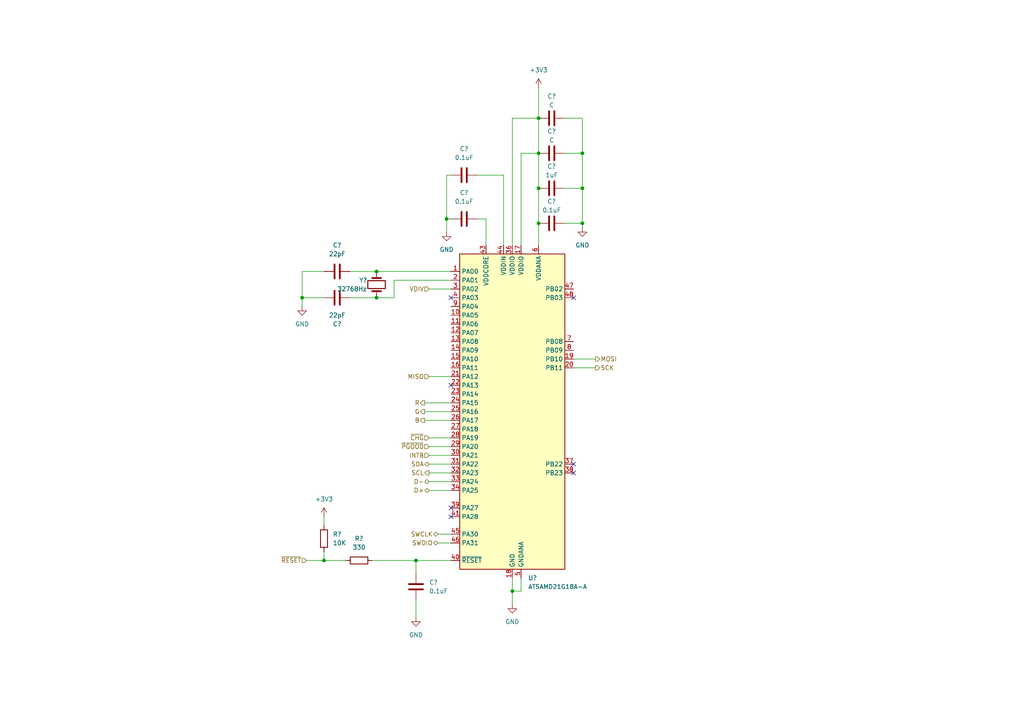
<source format=kicad_sch>
(kicad_sch (version 20211123) (generator eeschema)
  (paper "A4")
  (lib_symbols
    (symbol "Device:C" (pin_numbers hide) (pin_names (offset 0.254))
      (property "Reference" "C" (at 0.635 2.54 0))
      (property "Value" "C" (at 0.635 -2.54 0))
      (symbol "C_0_1"
        (polyline (pts (xy -2.032 -0.762) (xy 2.032 -0.762)) (stroke (width 0.508)))
        (polyline (pts (xy -2.032 0.762) (xy 2.032 0.762)) (stroke (width 0.508)))
      )
      (symbol "C_1_1"
        (pin passive line (at 0 3.81 270) (length 2.794) (name "~") (number "1"))
        (pin passive line (at 0 -3.81 90) (length 2.794) (name "~") (number "2"))
      )
    )
    (symbol "Device:Crystal" (pin_numbers hide) (pin_names (offset 1.016) hide)
      (property "Reference" "Y" (at 0 3.81 0))
      (property "Value" "Crystal" (at 0 -3.81 0))
      (symbol "Crystal_0_1"
        (rectangle (start -1.143 2.54) (end 1.143 -2.54) (stroke (width 0.3048)))
        (polyline (pts (xy -2.54 0) (xy -1.905 0)))
        (polyline (pts (xy -1.905 -1.27) (xy -1.905 1.27)) (stroke (width 0.508)))
        (polyline (pts (xy 1.905 -1.27) (xy 1.905 1.27)) (stroke (width 0.508)))
        (polyline (pts (xy 2.54 0) (xy 1.905 0)))
      )
      (symbol "Crystal_1_1"
        (pin passive line (at -3.81 0 0) (length 1.27) (name "1") (number "1"))
        (pin passive line (at 3.81 0 180) (length 1.27) (name "2") (number "2"))
      )
    )
    (symbol "Device:R" (pin_numbers hide) (pin_names (offset 0))
      (property "Reference" "R" (at 2.032 0 90))
      (property "Value" "R" (at 0 0 90))
      (symbol "R_0_1"
        (rectangle (start -1.016 -2.54) (end 1.016 2.54) (stroke (width 0.254)))
      )
      (symbol "R_1_1"
        (pin passive line (at 0 3.81 270) (length 1.27) (name "~") (number "1"))
        (pin passive line (at 0 -3.81 90) (length 1.27) (name "~") (number "2"))
      )
    )
    (symbol "MCU_Microchip_SAMD:ATSAMD21G18A-A"
      (property "Reference" "U" (at -13.97 46.99 0))
      (property "Value" "ATSAMD21G18A-A" (at 16.51 46.99 0))
      (symbol "ATSAMD21G18A-A_0_1"
        (rectangle (start -15.24 45.72) (end 15.24 -45.72) (stroke (width 0.254)) (fill (type background)))
      )
      (symbol "ATSAMD21G18A-A_1_1"
        (pin bidirectional line (at -17.78 40.64 0) (length 2.54) (name "PA00") (number "1"))
        (pin bidirectional line (at -17.78 27.94 0) (length 2.54) (name "PA05") (number "10"))
        (pin bidirectional line (at -17.78 25.4 0) (length 2.54) (name "PA06") (number "11"))
        (pin bidirectional line (at -17.78 22.86 0) (length 2.54) (name "PA07") (number "12"))
        (pin bidirectional line (at -17.78 20.32 0) (length 2.54) (name "PA08") (number "13"))
        (pin bidirectional line (at -17.78 17.78 0) (length 2.54) (name "PA09") (number "14"))
        (pin bidirectional line (at -17.78 15.24 0) (length 2.54) (name "PA10") (number "15"))
        (pin bidirectional line (at -17.78 12.7 0) (length 2.54) (name "PA11") (number "16"))
        (pin power_in line (at 2.54 48.26 270) (length 2.54) (name "VDDIO") (number "17"))
        (pin power_in line (at 0 -48.26 90) (length 2.54) (name "GND") (number "18"))
        (pin bidirectional line (at 17.78 15.24 180) (length 2.54) (name "PB10") (number "19"))
        (pin bidirectional line (at -17.78 38.1 0) (length 2.54) (name "PA01") (number "2"))
        (pin bidirectional line (at 17.78 12.7 180) (length 2.54) (name "PB11") (number "20"))
        (pin bidirectional line (at -17.78 10.16 0) (length 2.54) (name "PA12") (number "21"))
        (pin bidirectional line (at -17.78 7.62 0) (length 2.54) (name "PA13") (number "22"))
        (pin bidirectional line (at -17.78 5.08 0) (length 2.54) (name "PA14") (number "23"))
        (pin bidirectional line (at -17.78 2.54 0) (length 2.54) (name "PA15") (number "24"))
        (pin bidirectional line (at -17.78 0 0) (length 2.54) (name "PA16") (number "25"))
        (pin bidirectional line (at -17.78 -2.54 0) (length 2.54) (name "PA17") (number "26"))
        (pin bidirectional line (at -17.78 -5.08 0) (length 2.54) (name "PA18") (number "27"))
        (pin bidirectional line (at -17.78 -7.62 0) (length 2.54) (name "PA19") (number "28"))
        (pin bidirectional line (at -17.78 -10.16 0) (length 2.54) (name "PA20") (number "29"))
        (pin bidirectional line (at -17.78 35.56 0) (length 2.54) (name "PA02") (number "3"))
        (pin bidirectional line (at -17.78 -12.7 0) (length 2.54) (name "PA21") (number "30"))
        (pin bidirectional line (at -17.78 -15.24 0) (length 2.54) (name "PA22") (number "31"))
        (pin bidirectional line (at -17.78 -17.78 0) (length 2.54) (name "PA23") (number "32"))
        (pin bidirectional line (at -17.78 -20.32 0) (length 2.54) (name "PA24") (number "33"))
        (pin bidirectional line (at -17.78 -22.86 0) (length 2.54) (name "PA25") (number "34"))
        (pin passive line (at 0 -48.26 90) (length 2.54) hide (name "GND") (number "35"))
        (pin power_in line (at 0 48.26 270) (length 2.54) (name "VDDIO") (number "36"))
        (pin bidirectional line (at 17.78 -15.24 180) (length 2.54) (name "PB22") (number "37"))
        (pin bidirectional line (at 17.78 -17.78 180) (length 2.54) (name "PB23") (number "38"))
        (pin bidirectional line (at -17.78 -27.94 0) (length 2.54) (name "PA27") (number "39"))
        (pin bidirectional line (at -17.78 33.02 0) (length 2.54) (name "PA03") (number "4"))
        (pin input line (at -17.78 -43.18 0) (length 2.54) (name "~{RESET}") (number "40"))
        (pin bidirectional line (at -17.78 -30.48 0) (length 2.54) (name "PA28") (number "41"))
        (pin passive line (at 0 -48.26 90) (length 2.54) hide (name "GND") (number "42"))
        (pin power_out line (at -7.62 48.26 270) (length 2.54) (name "VDDCORE") (number "43"))
        (pin power_in line (at -2.54 48.26 270) (length 2.54) (name "VDDIN") (number "44"))
        (pin bidirectional line (at -17.78 -35.56 0) (length 2.54) (name "PA30") (number "45"))
        (pin bidirectional line (at -17.78 -38.1 0) (length 2.54) (name "PA31") (number "46"))
        (pin bidirectional line (at 17.78 35.56 180) (length 2.54) (name "PB02") (number "47"))
        (pin bidirectional line (at 17.78 33.02 180) (length 2.54) (name "PB03") (number "48"))
        (pin power_in line (at 2.54 -48.26 90) (length 2.54) (name "GNDANA") (number "5"))
        (pin power_in line (at 7.62 48.26 270) (length 2.54) (name "VDDANA") (number "6"))
        (pin bidirectional line (at 17.78 20.32 180) (length 2.54) (name "PB08") (number "7"))
        (pin bidirectional line (at 17.78 17.78 180) (length 2.54) (name "PB09") (number "8"))
        (pin bidirectional line (at -17.78 30.48 0) (length 2.54) (name "PA04") (number "9"))
      )
    )
    (symbol "power:+3.3V" (power) (pin_names (offset 0))
      (property "Value" "+3.3V" (at 0 3.556 0))
      (symbol "+3.3V_0_1"
        (polyline (pts (xy -0.762 1.27) (xy 0 2.54)))
        (polyline (pts (xy 0 0) (xy 0 2.54)))
        (polyline (pts (xy 0 2.54) (xy 0.762 1.27)))
      )
      (symbol "+3.3V_1_1"
        (pin power_in line (at 0 0 90) (length 0) hide (name "+3V3") (number "1"))
      )
    )
    (symbol "power:GND" (power) (pin_names (offset 0))
      (property "Value" "GND" (at 0 -3.81 0))
      (symbol "GND_0_1"
        (polyline (pts (xy 0 0) (xy 0 -1.27) (xy 1.27 -1.27) (xy 0 -2.54) (xy -1.27 -1.27) (xy 0 -1.27)))
      )
      (symbol "GND_1_1"
        (pin power_in line (at 0 0 270) (length 0) hide (name "GND") (number "1"))
      )
    )
  )
  (junction (at 87.63 86.36))
  (junction (at 168.91 64.77))
  (junction (at 168.91 54.61))
  (junction (at 156.21 34.29))
  (junction (at 156.21 44.45))
  (junction (at 109.22 86.36))
  (junction (at 93.98 162.56))
  (junction (at 129.54 63.5))
  (junction (at 148.59 171.45))
  (junction (at 120.65 162.56))
  (junction (at 156.21 64.77))
  (junction (at 109.22 78.74))
  (junction (at 168.91 44.45))
  (junction (at 156.21 54.61))
  (no_connect (at 166.37 86.36))
  (no_connect (at 130.81 86.36))
  (no_connect (at 130.81 111.76))
  (no_connect (at 130.81 147.32))
  (no_connect (at 130.81 149.86))
  (no_connect (at 166.37 134.62))
  (no_connect (at 166.37 137.16))
  (wire (pts (xy 138.43 63.5) (xy 140.97 63.5)))
  (wire (pts (xy 114.3 86.36) (xy 109.22 86.36)))
  (wire (pts (xy 151.13 171.45) (xy 148.59 171.45)))
  (wire (pts (xy 156.21 44.45) (xy 151.13 44.45)))
  (wire (pts (xy 146.05 50.8) (xy 138.43 50.8)))
  (wire (pts (xy 120.65 162.56) (xy 120.65 166.37)))
  (wire (pts (xy 166.37 106.68) (xy 172.72 106.68)))
  (wire (pts (xy 124.46 109.22) (xy 130.81 109.22)))
  (wire (pts (xy 130.81 63.5) (xy 129.54 63.5)))
  (wire (pts (xy 168.91 44.45) (xy 168.91 54.61)))
  (wire (pts (xy 93.98 162.56) (xy 100.33 162.56)))
  (wire (pts (xy 156.21 25.4) (xy 156.21 34.29)))
  (wire (pts (xy 124.46 129.54) (xy 130.81 129.54)))
  (wire (pts (xy 124.46 134.62) (xy 130.81 134.62)))
  (wire (pts (xy 124.46 83.82) (xy 130.81 83.82)))
  (wire (pts (xy 168.91 64.77) (xy 168.91 66.04)))
  (wire (pts (xy 123.19 116.84) (xy 130.81 116.84)))
  (wire (pts (xy 127 157.48) (xy 130.81 157.48)))
  (wire (pts (xy 166.37 104.14) (xy 172.72 104.14)))
  (wire (pts (xy 87.63 86.36) (xy 93.98 86.36)))
  (wire (pts (xy 156.21 64.77) (xy 156.21 71.12)))
  (wire (pts (xy 109.22 78.74) (xy 130.81 78.74)))
  (wire (pts (xy 129.54 50.8) (xy 129.54 63.5)))
  (wire (pts (xy 130.81 81.28) (xy 114.3 81.28)))
  (wire (pts (xy 148.59 34.29) (xy 156.21 34.29)))
  (wire (pts (xy 124.46 139.7) (xy 130.81 139.7)))
  (wire (pts (xy 123.19 119.38) (xy 130.81 119.38)))
  (wire (pts (xy 168.91 54.61) (xy 168.91 64.77)))
  (wire (pts (xy 156.21 54.61) (xy 156.21 64.77)))
  (wire (pts (xy 120.65 162.56) (xy 130.81 162.56)))
  (wire (pts (xy 151.13 44.45) (xy 151.13 71.12)))
  (wire (pts (xy 163.83 64.77) (xy 168.91 64.77)))
  (wire (pts (xy 93.98 78.74) (xy 87.63 78.74)))
  (wire (pts (xy 151.13 167.64) (xy 151.13 171.45)))
  (wire (pts (xy 124.46 142.24) (xy 130.81 142.24)))
  (wire (pts (xy 87.63 78.74) (xy 87.63 86.36)))
  (wire (pts (xy 163.83 54.61) (xy 168.91 54.61)))
  (wire (pts (xy 107.95 162.56) (xy 120.65 162.56)))
  (wire (pts (xy 168.91 34.29) (xy 168.91 44.45)))
  (wire (pts (xy 124.46 132.08) (xy 130.81 132.08)))
  (wire (pts (xy 114.3 81.28) (xy 114.3 86.36)))
  (wire (pts (xy 148.59 171.45) (xy 148.59 175.26)))
  (wire (pts (xy 101.6 78.74) (xy 109.22 78.74)))
  (wire (pts (xy 109.22 86.36) (xy 101.6 86.36)))
  (wire (pts (xy 88.9 162.56) (xy 93.98 162.56)))
  (wire (pts (xy 130.81 50.8) (xy 129.54 50.8)))
  (wire (pts (xy 93.98 149.86) (xy 93.98 152.4)))
  (wire (pts (xy 156.21 44.45) (xy 156.21 54.61)))
  (wire (pts (xy 124.46 127) (xy 130.81 127)))
  (wire (pts (xy 140.97 63.5) (xy 140.97 71.12)))
  (wire (pts (xy 148.59 167.64) (xy 148.59 171.45)))
  (wire (pts (xy 163.83 44.45) (xy 168.91 44.45)))
  (wire (pts (xy 120.65 173.99) (xy 120.65 179.07)))
  (wire (pts (xy 87.63 86.36) (xy 87.63 88.9)))
  (wire (pts (xy 156.21 34.29) (xy 156.21 44.45)))
  (wire (pts (xy 93.98 160.02) (xy 93.98 162.56)))
  (wire (pts (xy 129.54 63.5) (xy 129.54 67.31)))
  (wire (pts (xy 163.83 34.29) (xy 168.91 34.29)))
  (wire (pts (xy 127 154.94) (xy 130.81 154.94)))
  (wire (pts (xy 148.59 71.12) (xy 148.59 34.29)))
  (wire (pts (xy 123.19 121.92) (xy 130.81 121.92)))
  (wire (pts (xy 146.05 71.12) (xy 146.05 50.8)))
  (wire (pts (xy 124.46 137.16) (xy 130.81 137.16)))
  (hierarchical_label "~{CHG}" (shape input) (at 124.46 127 180))
  (hierarchical_label "SCK" (shape output) (at 172.72 106.68 0))
  (hierarchical_label "SWCLK" (shape bidirectional) (at 127 154.94 180))
  (hierarchical_label "~{PGOOD}" (shape input) (at 124.46 129.54 180))
  (hierarchical_label "MOSI" (shape output) (at 172.72 104.14 0))
  (hierarchical_label "MISO" (shape input) (at 124.46 109.22 180))
  (hierarchical_label "D+" (shape bidirectional) (at 124.46 142.24 180))
  (hierarchical_label "VDIV" (shape input) (at 124.46 83.82 180))
  (hierarchical_label "D-" (shape bidirectional) (at 124.46 139.7 180))
  (hierarchical_label "SWDIO" (shape bidirectional) (at 127 157.48 180))
  (hierarchical_label "SDA" (shape bidirectional) (at 124.46 134.62 180))
  (hierarchical_label "B" (shape output) (at 123.19 121.92 180))
  (hierarchical_label "~{RESET}" (shape input) (at 88.9 162.56 180))
  (hierarchical_label "R" (shape output) (at 123.19 116.84 180))
  (hierarchical_label "INTB" (shape input) (at 124.46 132.08 180))
  (hierarchical_label "G" (shape output) (at 123.19 119.38 180))
  (hierarchical_label "SCL" (shape output) (at 124.46 137.16 180))
  (symbol (lib_id "power:GND") (at 148.59 175.26 0) (unit 1)
    (property "Reference" "#PWR?" (effects hide))
    (property "Value" "GND" (at 148.59 180.34 0))
  )
  (symbol (lib_id "Device:C") (at 97.79 78.74 90) (unit 1)
    (property "Reference" "C?" (at 97.79 71.12 90))
    (property "Value" "22pF" (at 97.79 73.66 90))
  )
  (symbol (lib_id "Device:R") (at 93.98 156.21 0) (unit 1)
    (property "Reference" "R?" (at 96.52 154.9399 0) (effects (justify left)))
    (property "Value" "10K" (at 96.52 157.4799 0) (effects (justify left)))
  )
  (symbol (lib_id "Device:C") (at 160.02 44.45 90) (unit 1)
    (property "Reference" "C?" (at 160.02 38.1 90))
    (property "Value" "C" (at 160.02 40.64 90))
  )
  (symbol (lib_id "power:GND") (at 129.54 67.31 0) (unit 1)
    (property "Reference" "#PWR?" (effects hide))
    (property "Value" "GND" (at 129.54 72.39 0))
  )
  (symbol (lib_id "Device:C") (at 134.62 63.5 90) (unit 1)
    (property "Reference" "C?" (at 134.62 55.88 90))
    (property "Value" "0.1uF" (at 134.62 58.42 90))
  )
  (symbol (lib_id "Device:C") (at 120.65 170.18 0) (unit 1)
    (property "Reference" "C?" (at 124.46 168.9099 0) (effects (justify left)))
    (property "Value" "0.1uF" (at 124.46 171.4499 0) (effects (justify left)))
  )
  (symbol (lib_id "power:GND") (at 87.63 88.9 0) (unit 1)
    (property "Reference" "#PWR?" (effects hide))
    (property "Value" "GND" (at 87.63 93.98 0))
  )
  (symbol (lib_id "power:+3.3V") (at 93.98 149.86 0) (unit 1)
    (property "Reference" "#PWR?" (effects hide))
    (property "Value" "+3.3V" (at 93.98 144.78 0))
  )
  (symbol (lib_id "Device:C") (at 134.62 50.8 90) (unit 1)
    (property "Reference" "C?" (at 134.62 43.18 90))
    (property "Value" "0.1uF" (at 134.62 45.72 90))
  )
  (symbol (lib_id "power:GND") (at 120.65 179.07 0) (unit 1)
    (property "Reference" "#PWR?" (effects hide))
    (property "Value" "GND" (at 120.65 184.15 0))
  )
  (symbol (lib_id "power:+3.3V") (at 156.21 25.4 0) (unit 1)
    (property "Reference" "#PWR?" (effects hide))
    (property "Value" "+3.3V" (at 156.21 20.32 0))
  )
  (symbol (lib_id "Device:Crystal") (at 109.22 82.55 90) (mirror x) (unit 1)
    (property "Reference" "Y?" (at 104.14 81.28 90) (effects (justify right)))
    (property "Value" "32768Hz" (at 97.79 83.82 90) (effects (justify right)))
  )
  (symbol (lib_id "MCU_Microchip_SAMD:ATSAMD21G18A-A") (at 148.59 119.38 0) (unit 1)
    (property "Reference" "U?" (at 153.1494 167.64 0) (effects (justify left)))
    (property "Value" "ATSAMD21G18A-A" (at 153.1494 170.18 0) (effects (justify left)))
    (property "Footprint" "Package_QFP:TQFP-48_7x7mm_P0.5mm" (effects hide))
    (property "Datasheet" "http://ww1.microchip.com/downloads/en/DeviceDoc/SAM_D21_DA1_Family_Data%20Sheet_DS40001882E.pdf" (effects hide))
  )
  (symbol (lib_id "Device:C") (at 160.02 54.61 90) (unit 1)
    (property "Reference" "C?" (at 160.02 48.26 90))
    (property "Value" "1uF" (at 160.02 50.8 90))
  )
  (symbol (lib_id "Device:C") (at 160.02 34.29 90) (unit 1)
    (property "Reference" "C?" (at 160.02 27.94 90))
    (property "Value" "C" (at 160.02 30.48 90))
  )
  (symbol (lib_id "Device:C") (at 160.02 64.77 90) (unit 1)
    (property "Reference" "C?" (at 160.02 58.42 90))
    (property "Value" "0.1uF" (at 160.02 60.96 90))
  )
  (symbol (lib_id "Device:C") (at 97.79 86.36 90) (unit 1)
    (property "Reference" "C?" (at 97.79 93.98 90))
    (property "Value" "22pF" (at 97.79 91.44 90))
  )
  (symbol (lib_id "Device:R") (at 104.14 162.56 90) (unit 1)
    (property "Reference" "R?" (at 104.14 156.21 90))
    (property "Value" "330" (at 104.14 158.75 90))
  )
  (symbol (lib_id "power:GND") (at 168.91 66.04 0) (unit 1)
    (property "Reference" "#PWR?" (effects hide))
    (property "Value" "GND" (at 168.91 71.12 0))
  )
)
</source>
